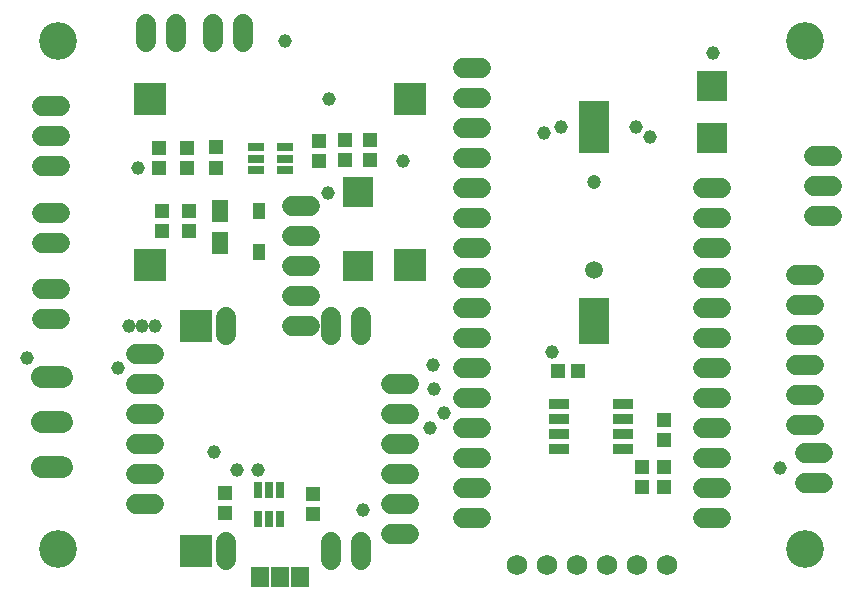
<source format=gbr>
G04 EAGLE Gerber RS-274X export*
G75*
%MOMM*%
%FSLAX34Y34*%
%LPD*%
%INSoldermask Top*%
%IPPOS*%
%AMOC8*
5,1,8,0,0,1.08239X$1,22.5*%
G01*
%ADD10R,1.203200X1.303200*%
%ADD11R,2.503200X4.503200*%
%ADD12R,2.503200X3.863200*%
%ADD13C,1.503200*%
%ADD14C,1.203200*%
%ADD15R,1.403200X0.803200*%
%ADD16R,1.728200X0.853200*%
%ADD17C,1.711200*%
%ADD18R,2.743200X2.743200*%
%ADD19C,3.203200*%
%ADD20R,1.003200X1.353200*%
%ADD21R,1.453200X1.903200*%
%ADD22R,2.653200X2.553200*%
%ADD23R,2.603200X2.603200*%
%ADD24C,1.727200*%
%ADD25R,1.303200X1.203200*%
%ADD26C,1.879600*%
%ADD27C,1.727200*%
%ADD28R,0.803200X1.403200*%
%ADD29R,1.503200X1.703200*%
%ADD30C,1.159600*%
%ADD31C,1.153200*%


D10*
X175000Y363100D03*
X175000Y380100D03*
X262000Y386000D03*
X262000Y369000D03*
X284000Y386100D03*
X284000Y369100D03*
D11*
X494900Y397658D03*
D12*
X494900Y233245D03*
D13*
X494900Y276200D03*
D14*
X494900Y351200D03*
D15*
X208400Y380200D03*
X208400Y370700D03*
X208400Y361200D03*
X233400Y361200D03*
X233400Y370700D03*
X233400Y380200D03*
D16*
X518980Y125058D03*
X518980Y137758D03*
X518980Y150458D03*
X518980Y163158D03*
X464740Y163158D03*
X464740Y150458D03*
X464740Y137758D03*
X464740Y125058D03*
D10*
X554000Y92576D03*
X554000Y109576D03*
X535000Y92776D03*
X535000Y109776D03*
X554000Y149300D03*
X554000Y132300D03*
X126000Y362900D03*
X126000Y379900D03*
X150000Y379900D03*
X150000Y362900D03*
D17*
X384160Y447200D02*
X399240Y447200D01*
X399240Y421800D02*
X384160Y421800D01*
X384160Y396400D02*
X399240Y396400D01*
X399240Y371000D02*
X384160Y371000D01*
X384160Y345600D02*
X399240Y345600D01*
X399240Y320200D02*
X384160Y320200D01*
X384160Y294800D02*
X399240Y294800D01*
X399240Y269400D02*
X384160Y269400D01*
X384160Y244000D02*
X399240Y244000D01*
X399240Y218600D02*
X384160Y218600D01*
X384160Y193200D02*
X399240Y193200D01*
X399240Y167800D02*
X384160Y167800D01*
X384160Y142400D02*
X399240Y142400D01*
X399240Y117000D02*
X384160Y117000D01*
X384160Y91600D02*
X399240Y91600D01*
X399240Y66200D02*
X384160Y66200D01*
X587360Y66200D02*
X602440Y66200D01*
X602440Y91600D02*
X587360Y91600D01*
X587360Y117000D02*
X602440Y117000D01*
X602440Y142400D02*
X587360Y142400D01*
X587360Y167800D02*
X602440Y167800D01*
X602440Y193200D02*
X587360Y193200D01*
X587360Y218600D02*
X602440Y218600D01*
X602440Y244000D02*
X587360Y244000D01*
X587360Y269400D02*
X602440Y269400D01*
X602440Y294800D02*
X587360Y294800D01*
X587360Y320200D02*
X602440Y320200D01*
X602440Y345600D02*
X587360Y345600D01*
X253920Y330200D02*
X238840Y330200D01*
X238840Y304800D02*
X253920Y304800D01*
X253920Y279400D02*
X238840Y279400D01*
X238840Y254000D02*
X253920Y254000D01*
X253920Y228600D02*
X238840Y228600D01*
X665560Y271780D02*
X680640Y271780D01*
X680640Y246380D02*
X665560Y246380D01*
X665560Y220980D02*
X680640Y220980D01*
X680640Y195580D02*
X665560Y195580D01*
X665560Y170180D02*
X680640Y170180D01*
X680640Y144780D02*
X665560Y144780D01*
X42440Y415056D02*
X27360Y415056D01*
X27360Y389656D02*
X42440Y389656D01*
X42440Y364256D02*
X27360Y364256D01*
X107320Y205500D02*
X122400Y205500D01*
X122400Y180100D02*
X107320Y180100D01*
X107320Y154700D02*
X122400Y154700D01*
X122400Y129300D02*
X107320Y129300D01*
X107320Y103900D02*
X122400Y103900D01*
X122400Y78500D02*
X107320Y78500D01*
X323220Y180100D02*
X338300Y180100D01*
X338300Y154700D02*
X323220Y154700D01*
X323220Y129300D02*
X338300Y129300D01*
X338300Y103900D02*
X323220Y103900D01*
X323220Y78500D02*
X338300Y78500D01*
X338300Y53100D02*
X323220Y53100D01*
X297580Y221360D02*
X297580Y236440D01*
X272180Y236440D02*
X272180Y221360D01*
X183280Y221360D02*
X183280Y236440D01*
X183280Y45940D02*
X183280Y30860D01*
X272180Y30860D02*
X272180Y45940D01*
X297580Y45940D02*
X297580Y30860D01*
D18*
X157880Y38400D03*
X157880Y228900D03*
D19*
X673000Y40000D03*
X673000Y470000D03*
X41000Y40000D03*
X41000Y470000D03*
D10*
X305000Y386500D03*
X305000Y369500D03*
D20*
X211000Y291500D03*
X211000Y326500D03*
D21*
X178000Y299500D03*
X178000Y326500D03*
D10*
X152000Y309500D03*
X152000Y326500D03*
X129000Y309500D03*
X129000Y326500D03*
D22*
X295000Y280000D03*
X295000Y342000D03*
D23*
X595000Y432000D03*
X595000Y388000D03*
D24*
X680636Y372892D02*
X695876Y372892D01*
X695876Y347492D02*
X680636Y347492D01*
X680636Y322092D02*
X695876Y322092D01*
D18*
X339000Y281000D03*
X339000Y421000D03*
X119000Y281000D03*
X119000Y421000D03*
D17*
X42540Y324224D02*
X27460Y324224D01*
X27460Y298824D02*
X42540Y298824D01*
X140700Y469460D02*
X140700Y484540D01*
X115300Y484540D02*
X115300Y469460D01*
X197700Y469460D02*
X197700Y484540D01*
X172300Y484540D02*
X172300Y469460D01*
X42540Y260192D02*
X27460Y260192D01*
X27460Y234792D02*
X42540Y234792D01*
D25*
X464152Y191000D03*
X481152Y191000D03*
D26*
X44382Y109900D02*
X27618Y109900D01*
X27618Y148000D02*
X44382Y148000D01*
X44382Y186100D02*
X27618Y186100D01*
D17*
X673572Y96300D02*
X688652Y96300D01*
X688652Y121700D02*
X673572Y121700D01*
D27*
X480568Y26924D03*
X455168Y26924D03*
X429768Y26924D03*
X505968Y26924D03*
X531368Y26924D03*
X556768Y26924D03*
D28*
X209956Y65224D03*
X219456Y65224D03*
X228956Y65224D03*
X228956Y90224D03*
X219456Y90224D03*
X209956Y90224D03*
D10*
X182372Y87748D03*
X182372Y70748D03*
X257048Y86732D03*
X257048Y69732D03*
D29*
X212108Y16764D03*
X229108Y16764D03*
X246108Y16764D03*
D30*
X458828Y207256D03*
X542000Y389000D03*
X452460Y392048D03*
X233000Y470000D03*
X466852Y397764D03*
X530352Y397764D03*
X269748Y341376D03*
X652000Y109000D03*
X109000Y363000D03*
X91948Y193040D03*
X270000Y420888D03*
X173228Y121920D03*
X14958Y201676D03*
X332740Y368808D03*
X595376Y459740D03*
X356008Y142400D03*
X367516Y155496D03*
X359040Y175624D03*
X101000Y229000D03*
X112268Y229108D03*
X122936Y229108D03*
X192532Y106680D03*
X209804Y106680D03*
X298704Y73152D03*
D31*
X358140Y196088D03*
M02*

</source>
